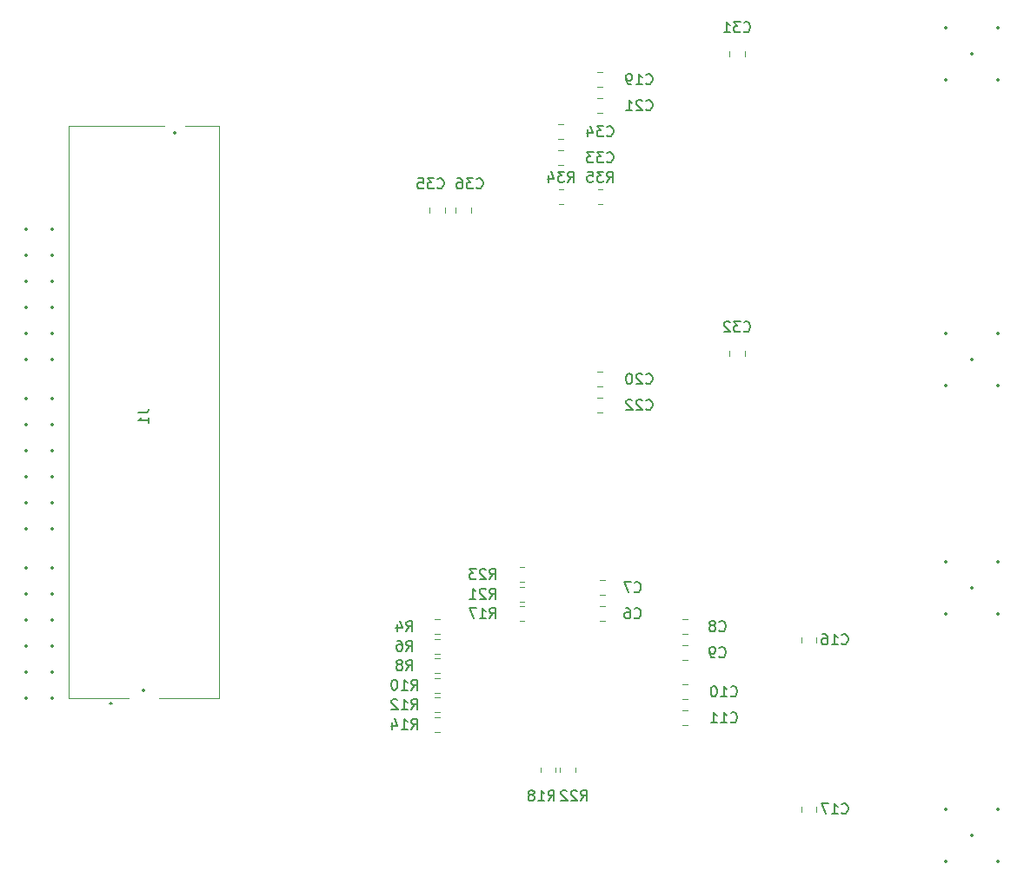
<source format=gbo>
%TF.GenerationSoftware,KiCad,Pcbnew,8.0.0*%
%TF.CreationDate,2024-08-30T22:51:43+03:00*%
%TF.ProjectId,ML605_LPC_Board_wADC_DAC,4d4c3630-355f-44c5-9043-5f426f617264,rev?*%
%TF.SameCoordinates,Original*%
%TF.FileFunction,Legend,Bot*%
%TF.FilePolarity,Positive*%
%FSLAX46Y46*%
G04 Gerber Fmt 4.6, Leading zero omitted, Abs format (unit mm)*
G04 Created by KiCad (PCBNEW 8.0.0) date 2024-08-30 22:51:43*
%MOMM*%
%LPD*%
G01*
G04 APERTURE LIST*
%ADD10C,0.177800*%
%ADD11C,0.120000*%
%ADD12C,0.100000*%
%ADD13C,0.200000*%
%ADD14C,0.350000*%
G04 APERTURE END LIST*
D10*
X146773142Y-85594013D02*
X146821523Y-85642394D01*
X146821523Y-85642394D02*
X146966666Y-85690774D01*
X146966666Y-85690774D02*
X147063428Y-85690774D01*
X147063428Y-85690774D02*
X147208571Y-85642394D01*
X147208571Y-85642394D02*
X147305333Y-85545632D01*
X147305333Y-85545632D02*
X147353714Y-85448870D01*
X147353714Y-85448870D02*
X147402095Y-85255346D01*
X147402095Y-85255346D02*
X147402095Y-85110203D01*
X147402095Y-85110203D02*
X147353714Y-84916679D01*
X147353714Y-84916679D02*
X147305333Y-84819917D01*
X147305333Y-84819917D02*
X147208571Y-84723155D01*
X147208571Y-84723155D02*
X147063428Y-84674774D01*
X147063428Y-84674774D02*
X146966666Y-84674774D01*
X146966666Y-84674774D02*
X146821523Y-84723155D01*
X146821523Y-84723155D02*
X146773142Y-84771536D01*
X146434476Y-84674774D02*
X145805523Y-84674774D01*
X145805523Y-84674774D02*
X146144190Y-85061822D01*
X146144190Y-85061822D02*
X145999047Y-85061822D01*
X145999047Y-85061822D02*
X145902285Y-85110203D01*
X145902285Y-85110203D02*
X145853904Y-85158584D01*
X145853904Y-85158584D02*
X145805523Y-85255346D01*
X145805523Y-85255346D02*
X145805523Y-85497251D01*
X145805523Y-85497251D02*
X145853904Y-85594013D01*
X145853904Y-85594013D02*
X145902285Y-85642394D01*
X145902285Y-85642394D02*
X145999047Y-85690774D01*
X145999047Y-85690774D02*
X146289333Y-85690774D01*
X146289333Y-85690774D02*
X146386095Y-85642394D01*
X146386095Y-85642394D02*
X146434476Y-85594013D01*
X145418476Y-84771536D02*
X145370095Y-84723155D01*
X145370095Y-84723155D02*
X145273333Y-84674774D01*
X145273333Y-84674774D02*
X145031428Y-84674774D01*
X145031428Y-84674774D02*
X144934666Y-84723155D01*
X144934666Y-84723155D02*
X144886285Y-84771536D01*
X144886285Y-84771536D02*
X144837904Y-84868298D01*
X144837904Y-84868298D02*
X144837904Y-84965060D01*
X144837904Y-84965060D02*
X144886285Y-85110203D01*
X144886285Y-85110203D02*
X145466857Y-85690774D01*
X145466857Y-85690774D02*
X144837904Y-85690774D01*
X137248142Y-90674013D02*
X137296523Y-90722394D01*
X137296523Y-90722394D02*
X137441666Y-90770774D01*
X137441666Y-90770774D02*
X137538428Y-90770774D01*
X137538428Y-90770774D02*
X137683571Y-90722394D01*
X137683571Y-90722394D02*
X137780333Y-90625632D01*
X137780333Y-90625632D02*
X137828714Y-90528870D01*
X137828714Y-90528870D02*
X137877095Y-90335346D01*
X137877095Y-90335346D02*
X137877095Y-90190203D01*
X137877095Y-90190203D02*
X137828714Y-89996679D01*
X137828714Y-89996679D02*
X137780333Y-89899917D01*
X137780333Y-89899917D02*
X137683571Y-89803155D01*
X137683571Y-89803155D02*
X137538428Y-89754774D01*
X137538428Y-89754774D02*
X137441666Y-89754774D01*
X137441666Y-89754774D02*
X137296523Y-89803155D01*
X137296523Y-89803155D02*
X137248142Y-89851536D01*
X136861095Y-89851536D02*
X136812714Y-89803155D01*
X136812714Y-89803155D02*
X136715952Y-89754774D01*
X136715952Y-89754774D02*
X136474047Y-89754774D01*
X136474047Y-89754774D02*
X136377285Y-89803155D01*
X136377285Y-89803155D02*
X136328904Y-89851536D01*
X136328904Y-89851536D02*
X136280523Y-89948298D01*
X136280523Y-89948298D02*
X136280523Y-90045060D01*
X136280523Y-90045060D02*
X136328904Y-90190203D01*
X136328904Y-90190203D02*
X136909476Y-90770774D01*
X136909476Y-90770774D02*
X136280523Y-90770774D01*
X135651571Y-89754774D02*
X135554809Y-89754774D01*
X135554809Y-89754774D02*
X135458047Y-89803155D01*
X135458047Y-89803155D02*
X135409666Y-89851536D01*
X135409666Y-89851536D02*
X135361285Y-89948298D01*
X135361285Y-89948298D02*
X135312904Y-90141822D01*
X135312904Y-90141822D02*
X135312904Y-90383727D01*
X135312904Y-90383727D02*
X135361285Y-90577251D01*
X135361285Y-90577251D02*
X135409666Y-90674013D01*
X135409666Y-90674013D02*
X135458047Y-90722394D01*
X135458047Y-90722394D02*
X135554809Y-90770774D01*
X135554809Y-90770774D02*
X135651571Y-90770774D01*
X135651571Y-90770774D02*
X135748333Y-90722394D01*
X135748333Y-90722394D02*
X135796714Y-90674013D01*
X135796714Y-90674013D02*
X135845095Y-90577251D01*
X135845095Y-90577251D02*
X135893476Y-90383727D01*
X135893476Y-90383727D02*
X135893476Y-90141822D01*
X135893476Y-90141822D02*
X135845095Y-89948298D01*
X135845095Y-89948298D02*
X135796714Y-89851536D01*
X135796714Y-89851536D02*
X135748333Y-89803155D01*
X135748333Y-89803155D02*
X135651571Y-89754774D01*
X87779774Y-93590333D02*
X88505489Y-93590333D01*
X88505489Y-93590333D02*
X88650632Y-93541952D01*
X88650632Y-93541952D02*
X88747394Y-93445190D01*
X88747394Y-93445190D02*
X88795774Y-93300047D01*
X88795774Y-93300047D02*
X88795774Y-93203285D01*
X88795774Y-94606333D02*
X88795774Y-94025761D01*
X88795774Y-94316047D02*
X87779774Y-94316047D01*
X87779774Y-94316047D02*
X87924917Y-94219285D01*
X87924917Y-94219285D02*
X88021679Y-94122523D01*
X88021679Y-94122523D02*
X88070060Y-94025761D01*
X113904332Y-116805774D02*
X114242999Y-116321965D01*
X114484904Y-116805774D02*
X114484904Y-115789774D01*
X114484904Y-115789774D02*
X114097856Y-115789774D01*
X114097856Y-115789774D02*
X114001094Y-115838155D01*
X114001094Y-115838155D02*
X113952713Y-115886536D01*
X113952713Y-115886536D02*
X113904332Y-115983298D01*
X113904332Y-115983298D02*
X113904332Y-116128441D01*
X113904332Y-116128441D02*
X113952713Y-116225203D01*
X113952713Y-116225203D02*
X114001094Y-116273584D01*
X114001094Y-116273584D02*
X114097856Y-116321965D01*
X114097856Y-116321965D02*
X114484904Y-116321965D01*
X113033475Y-115789774D02*
X113226999Y-115789774D01*
X113226999Y-115789774D02*
X113323761Y-115838155D01*
X113323761Y-115838155D02*
X113372142Y-115886536D01*
X113372142Y-115886536D02*
X113468904Y-116031679D01*
X113468904Y-116031679D02*
X113517285Y-116225203D01*
X113517285Y-116225203D02*
X113517285Y-116612251D01*
X113517285Y-116612251D02*
X113468904Y-116709013D01*
X113468904Y-116709013D02*
X113420523Y-116757394D01*
X113420523Y-116757394D02*
X113323761Y-116805774D01*
X113323761Y-116805774D02*
X113130237Y-116805774D01*
X113130237Y-116805774D02*
X113033475Y-116757394D01*
X113033475Y-116757394D02*
X112985094Y-116709013D01*
X112985094Y-116709013D02*
X112936713Y-116612251D01*
X112936713Y-116612251D02*
X112936713Y-116370346D01*
X112936713Y-116370346D02*
X112985094Y-116273584D01*
X112985094Y-116273584D02*
X113033475Y-116225203D01*
X113033475Y-116225203D02*
X113130237Y-116176822D01*
X113130237Y-116176822D02*
X113323761Y-116176822D01*
X113323761Y-116176822D02*
X113420523Y-116225203D01*
X113420523Y-116225203D02*
X113468904Y-116273584D01*
X113468904Y-116273584D02*
X113517285Y-116370346D01*
X122008142Y-113630774D02*
X122346809Y-113146965D01*
X122588714Y-113630774D02*
X122588714Y-112614774D01*
X122588714Y-112614774D02*
X122201666Y-112614774D01*
X122201666Y-112614774D02*
X122104904Y-112663155D01*
X122104904Y-112663155D02*
X122056523Y-112711536D01*
X122056523Y-112711536D02*
X122008142Y-112808298D01*
X122008142Y-112808298D02*
X122008142Y-112953441D01*
X122008142Y-112953441D02*
X122056523Y-113050203D01*
X122056523Y-113050203D02*
X122104904Y-113098584D01*
X122104904Y-113098584D02*
X122201666Y-113146965D01*
X122201666Y-113146965D02*
X122588714Y-113146965D01*
X121040523Y-113630774D02*
X121621095Y-113630774D01*
X121330809Y-113630774D02*
X121330809Y-112614774D01*
X121330809Y-112614774D02*
X121427571Y-112759917D01*
X121427571Y-112759917D02*
X121524333Y-112856679D01*
X121524333Y-112856679D02*
X121621095Y-112905060D01*
X120701857Y-112614774D02*
X120024523Y-112614774D01*
X120024523Y-112614774D02*
X120459952Y-113630774D01*
X114388142Y-120615774D02*
X114726809Y-120131965D01*
X114968714Y-120615774D02*
X114968714Y-119599774D01*
X114968714Y-119599774D02*
X114581666Y-119599774D01*
X114581666Y-119599774D02*
X114484904Y-119648155D01*
X114484904Y-119648155D02*
X114436523Y-119696536D01*
X114436523Y-119696536D02*
X114388142Y-119793298D01*
X114388142Y-119793298D02*
X114388142Y-119938441D01*
X114388142Y-119938441D02*
X114436523Y-120035203D01*
X114436523Y-120035203D02*
X114484904Y-120083584D01*
X114484904Y-120083584D02*
X114581666Y-120131965D01*
X114581666Y-120131965D02*
X114968714Y-120131965D01*
X113420523Y-120615774D02*
X114001095Y-120615774D01*
X113710809Y-120615774D02*
X113710809Y-119599774D01*
X113710809Y-119599774D02*
X113807571Y-119744917D01*
X113807571Y-119744917D02*
X113904333Y-119841679D01*
X113904333Y-119841679D02*
X114001095Y-119890060D01*
X112791571Y-119599774D02*
X112694809Y-119599774D01*
X112694809Y-119599774D02*
X112598047Y-119648155D01*
X112598047Y-119648155D02*
X112549666Y-119696536D01*
X112549666Y-119696536D02*
X112501285Y-119793298D01*
X112501285Y-119793298D02*
X112452904Y-119986822D01*
X112452904Y-119986822D02*
X112452904Y-120228727D01*
X112452904Y-120228727D02*
X112501285Y-120422251D01*
X112501285Y-120422251D02*
X112549666Y-120519013D01*
X112549666Y-120519013D02*
X112598047Y-120567394D01*
X112598047Y-120567394D02*
X112694809Y-120615774D01*
X112694809Y-120615774D02*
X112791571Y-120615774D01*
X112791571Y-120615774D02*
X112888333Y-120567394D01*
X112888333Y-120567394D02*
X112936714Y-120519013D01*
X112936714Y-120519013D02*
X112985095Y-120422251D01*
X112985095Y-120422251D02*
X113033476Y-120228727D01*
X113033476Y-120228727D02*
X113033476Y-119986822D01*
X113033476Y-119986822D02*
X112985095Y-119793298D01*
X112985095Y-119793298D02*
X112936714Y-119696536D01*
X112936714Y-119696536D02*
X112888333Y-119648155D01*
X112888333Y-119648155D02*
X112791571Y-119599774D01*
X156298142Y-132584013D02*
X156346523Y-132632394D01*
X156346523Y-132632394D02*
X156491666Y-132680774D01*
X156491666Y-132680774D02*
X156588428Y-132680774D01*
X156588428Y-132680774D02*
X156733571Y-132632394D01*
X156733571Y-132632394D02*
X156830333Y-132535632D01*
X156830333Y-132535632D02*
X156878714Y-132438870D01*
X156878714Y-132438870D02*
X156927095Y-132245346D01*
X156927095Y-132245346D02*
X156927095Y-132100203D01*
X156927095Y-132100203D02*
X156878714Y-131906679D01*
X156878714Y-131906679D02*
X156830333Y-131809917D01*
X156830333Y-131809917D02*
X156733571Y-131713155D01*
X156733571Y-131713155D02*
X156588428Y-131664774D01*
X156588428Y-131664774D02*
X156491666Y-131664774D01*
X156491666Y-131664774D02*
X156346523Y-131713155D01*
X156346523Y-131713155D02*
X156298142Y-131761536D01*
X155330523Y-132680774D02*
X155911095Y-132680774D01*
X155620809Y-132680774D02*
X155620809Y-131664774D01*
X155620809Y-131664774D02*
X155717571Y-131809917D01*
X155717571Y-131809917D02*
X155814333Y-131906679D01*
X155814333Y-131906679D02*
X155911095Y-131955060D01*
X154991857Y-131664774D02*
X154314523Y-131664774D01*
X154314523Y-131664774D02*
X154749952Y-132680774D01*
X120738142Y-71624013D02*
X120786523Y-71672394D01*
X120786523Y-71672394D02*
X120931666Y-71720774D01*
X120931666Y-71720774D02*
X121028428Y-71720774D01*
X121028428Y-71720774D02*
X121173571Y-71672394D01*
X121173571Y-71672394D02*
X121270333Y-71575632D01*
X121270333Y-71575632D02*
X121318714Y-71478870D01*
X121318714Y-71478870D02*
X121367095Y-71285346D01*
X121367095Y-71285346D02*
X121367095Y-71140203D01*
X121367095Y-71140203D02*
X121318714Y-70946679D01*
X121318714Y-70946679D02*
X121270333Y-70849917D01*
X121270333Y-70849917D02*
X121173571Y-70753155D01*
X121173571Y-70753155D02*
X121028428Y-70704774D01*
X121028428Y-70704774D02*
X120931666Y-70704774D01*
X120931666Y-70704774D02*
X120786523Y-70753155D01*
X120786523Y-70753155D02*
X120738142Y-70801536D01*
X120399476Y-70704774D02*
X119770523Y-70704774D01*
X119770523Y-70704774D02*
X120109190Y-71091822D01*
X120109190Y-71091822D02*
X119964047Y-71091822D01*
X119964047Y-71091822D02*
X119867285Y-71140203D01*
X119867285Y-71140203D02*
X119818904Y-71188584D01*
X119818904Y-71188584D02*
X119770523Y-71285346D01*
X119770523Y-71285346D02*
X119770523Y-71527251D01*
X119770523Y-71527251D02*
X119818904Y-71624013D01*
X119818904Y-71624013D02*
X119867285Y-71672394D01*
X119867285Y-71672394D02*
X119964047Y-71720774D01*
X119964047Y-71720774D02*
X120254333Y-71720774D01*
X120254333Y-71720774D02*
X120351095Y-71672394D01*
X120351095Y-71672394D02*
X120399476Y-71624013D01*
X118899666Y-70704774D02*
X119093190Y-70704774D01*
X119093190Y-70704774D02*
X119189952Y-70753155D01*
X119189952Y-70753155D02*
X119238333Y-70801536D01*
X119238333Y-70801536D02*
X119335095Y-70946679D01*
X119335095Y-70946679D02*
X119383476Y-71140203D01*
X119383476Y-71140203D02*
X119383476Y-71527251D01*
X119383476Y-71527251D02*
X119335095Y-71624013D01*
X119335095Y-71624013D02*
X119286714Y-71672394D01*
X119286714Y-71672394D02*
X119189952Y-71720774D01*
X119189952Y-71720774D02*
X118996428Y-71720774D01*
X118996428Y-71720774D02*
X118899666Y-71672394D01*
X118899666Y-71672394D02*
X118851285Y-71624013D01*
X118851285Y-71624013D02*
X118802904Y-71527251D01*
X118802904Y-71527251D02*
X118802904Y-71285346D01*
X118802904Y-71285346D02*
X118851285Y-71188584D01*
X118851285Y-71188584D02*
X118899666Y-71140203D01*
X118899666Y-71140203D02*
X118996428Y-71091822D01*
X118996428Y-71091822D02*
X119189952Y-71091822D01*
X119189952Y-71091822D02*
X119286714Y-71140203D01*
X119286714Y-71140203D02*
X119335095Y-71188584D01*
X119335095Y-71188584D02*
X119383476Y-71285346D01*
X113904332Y-118710774D02*
X114242999Y-118226965D01*
X114484904Y-118710774D02*
X114484904Y-117694774D01*
X114484904Y-117694774D02*
X114097856Y-117694774D01*
X114097856Y-117694774D02*
X114001094Y-117743155D01*
X114001094Y-117743155D02*
X113952713Y-117791536D01*
X113952713Y-117791536D02*
X113904332Y-117888298D01*
X113904332Y-117888298D02*
X113904332Y-118033441D01*
X113904332Y-118033441D02*
X113952713Y-118130203D01*
X113952713Y-118130203D02*
X114001094Y-118178584D01*
X114001094Y-118178584D02*
X114097856Y-118226965D01*
X114097856Y-118226965D02*
X114484904Y-118226965D01*
X113323761Y-118130203D02*
X113420523Y-118081822D01*
X113420523Y-118081822D02*
X113468904Y-118033441D01*
X113468904Y-118033441D02*
X113517285Y-117936679D01*
X113517285Y-117936679D02*
X113517285Y-117888298D01*
X113517285Y-117888298D02*
X113468904Y-117791536D01*
X113468904Y-117791536D02*
X113420523Y-117743155D01*
X113420523Y-117743155D02*
X113323761Y-117694774D01*
X113323761Y-117694774D02*
X113130237Y-117694774D01*
X113130237Y-117694774D02*
X113033475Y-117743155D01*
X113033475Y-117743155D02*
X112985094Y-117791536D01*
X112985094Y-117791536D02*
X112936713Y-117888298D01*
X112936713Y-117888298D02*
X112936713Y-117936679D01*
X112936713Y-117936679D02*
X112985094Y-118033441D01*
X112985094Y-118033441D02*
X113033475Y-118081822D01*
X113033475Y-118081822D02*
X113130237Y-118130203D01*
X113130237Y-118130203D02*
X113323761Y-118130203D01*
X113323761Y-118130203D02*
X113420523Y-118178584D01*
X113420523Y-118178584D02*
X113468904Y-118226965D01*
X113468904Y-118226965D02*
X113517285Y-118323727D01*
X113517285Y-118323727D02*
X113517285Y-118517251D01*
X113517285Y-118517251D02*
X113468904Y-118614013D01*
X113468904Y-118614013D02*
X113420523Y-118662394D01*
X113420523Y-118662394D02*
X113323761Y-118710774D01*
X113323761Y-118710774D02*
X113130237Y-118710774D01*
X113130237Y-118710774D02*
X113033475Y-118662394D01*
X113033475Y-118662394D02*
X112985094Y-118614013D01*
X112985094Y-118614013D02*
X112936713Y-118517251D01*
X112936713Y-118517251D02*
X112936713Y-118323727D01*
X112936713Y-118323727D02*
X112985094Y-118226965D01*
X112985094Y-118226965D02*
X113033475Y-118178584D01*
X113033475Y-118178584D02*
X113130237Y-118130203D01*
X136129332Y-110994013D02*
X136177713Y-111042394D01*
X136177713Y-111042394D02*
X136322856Y-111090774D01*
X136322856Y-111090774D02*
X136419618Y-111090774D01*
X136419618Y-111090774D02*
X136564761Y-111042394D01*
X136564761Y-111042394D02*
X136661523Y-110945632D01*
X136661523Y-110945632D02*
X136709904Y-110848870D01*
X136709904Y-110848870D02*
X136758285Y-110655346D01*
X136758285Y-110655346D02*
X136758285Y-110510203D01*
X136758285Y-110510203D02*
X136709904Y-110316679D01*
X136709904Y-110316679D02*
X136661523Y-110219917D01*
X136661523Y-110219917D02*
X136564761Y-110123155D01*
X136564761Y-110123155D02*
X136419618Y-110074774D01*
X136419618Y-110074774D02*
X136322856Y-110074774D01*
X136322856Y-110074774D02*
X136177713Y-110123155D01*
X136177713Y-110123155D02*
X136129332Y-110171536D01*
X135790666Y-110074774D02*
X135113332Y-110074774D01*
X135113332Y-110074774D02*
X135548761Y-111090774D01*
X133438142Y-66544013D02*
X133486523Y-66592394D01*
X133486523Y-66592394D02*
X133631666Y-66640774D01*
X133631666Y-66640774D02*
X133728428Y-66640774D01*
X133728428Y-66640774D02*
X133873571Y-66592394D01*
X133873571Y-66592394D02*
X133970333Y-66495632D01*
X133970333Y-66495632D02*
X134018714Y-66398870D01*
X134018714Y-66398870D02*
X134067095Y-66205346D01*
X134067095Y-66205346D02*
X134067095Y-66060203D01*
X134067095Y-66060203D02*
X134018714Y-65866679D01*
X134018714Y-65866679D02*
X133970333Y-65769917D01*
X133970333Y-65769917D02*
X133873571Y-65673155D01*
X133873571Y-65673155D02*
X133728428Y-65624774D01*
X133728428Y-65624774D02*
X133631666Y-65624774D01*
X133631666Y-65624774D02*
X133486523Y-65673155D01*
X133486523Y-65673155D02*
X133438142Y-65721536D01*
X133099476Y-65624774D02*
X132470523Y-65624774D01*
X132470523Y-65624774D02*
X132809190Y-66011822D01*
X132809190Y-66011822D02*
X132664047Y-66011822D01*
X132664047Y-66011822D02*
X132567285Y-66060203D01*
X132567285Y-66060203D02*
X132518904Y-66108584D01*
X132518904Y-66108584D02*
X132470523Y-66205346D01*
X132470523Y-66205346D02*
X132470523Y-66447251D01*
X132470523Y-66447251D02*
X132518904Y-66544013D01*
X132518904Y-66544013D02*
X132567285Y-66592394D01*
X132567285Y-66592394D02*
X132664047Y-66640774D01*
X132664047Y-66640774D02*
X132954333Y-66640774D01*
X132954333Y-66640774D02*
X133051095Y-66592394D01*
X133051095Y-66592394D02*
X133099476Y-66544013D01*
X131599666Y-65963441D02*
X131599666Y-66640774D01*
X131841571Y-65576394D02*
X132083476Y-66302108D01*
X132083476Y-66302108D02*
X131454523Y-66302108D01*
X127723142Y-131410774D02*
X128061809Y-130926965D01*
X128303714Y-131410774D02*
X128303714Y-130394774D01*
X128303714Y-130394774D02*
X127916666Y-130394774D01*
X127916666Y-130394774D02*
X127819904Y-130443155D01*
X127819904Y-130443155D02*
X127771523Y-130491536D01*
X127771523Y-130491536D02*
X127723142Y-130588298D01*
X127723142Y-130588298D02*
X127723142Y-130733441D01*
X127723142Y-130733441D02*
X127771523Y-130830203D01*
X127771523Y-130830203D02*
X127819904Y-130878584D01*
X127819904Y-130878584D02*
X127916666Y-130926965D01*
X127916666Y-130926965D02*
X128303714Y-130926965D01*
X126755523Y-131410774D02*
X127336095Y-131410774D01*
X127045809Y-131410774D02*
X127045809Y-130394774D01*
X127045809Y-130394774D02*
X127142571Y-130539917D01*
X127142571Y-130539917D02*
X127239333Y-130636679D01*
X127239333Y-130636679D02*
X127336095Y-130685060D01*
X126174952Y-130830203D02*
X126271714Y-130781822D01*
X126271714Y-130781822D02*
X126320095Y-130733441D01*
X126320095Y-130733441D02*
X126368476Y-130636679D01*
X126368476Y-130636679D02*
X126368476Y-130588298D01*
X126368476Y-130588298D02*
X126320095Y-130491536D01*
X126320095Y-130491536D02*
X126271714Y-130443155D01*
X126271714Y-130443155D02*
X126174952Y-130394774D01*
X126174952Y-130394774D02*
X125981428Y-130394774D01*
X125981428Y-130394774D02*
X125884666Y-130443155D01*
X125884666Y-130443155D02*
X125836285Y-130491536D01*
X125836285Y-130491536D02*
X125787904Y-130588298D01*
X125787904Y-130588298D02*
X125787904Y-130636679D01*
X125787904Y-130636679D02*
X125836285Y-130733441D01*
X125836285Y-130733441D02*
X125884666Y-130781822D01*
X125884666Y-130781822D02*
X125981428Y-130830203D01*
X125981428Y-130830203D02*
X126174952Y-130830203D01*
X126174952Y-130830203D02*
X126271714Y-130878584D01*
X126271714Y-130878584D02*
X126320095Y-130926965D01*
X126320095Y-130926965D02*
X126368476Y-131023727D01*
X126368476Y-131023727D02*
X126368476Y-131217251D01*
X126368476Y-131217251D02*
X126320095Y-131314013D01*
X126320095Y-131314013D02*
X126271714Y-131362394D01*
X126271714Y-131362394D02*
X126174952Y-131410774D01*
X126174952Y-131410774D02*
X125981428Y-131410774D01*
X125981428Y-131410774D02*
X125884666Y-131362394D01*
X125884666Y-131362394D02*
X125836285Y-131314013D01*
X125836285Y-131314013D02*
X125787904Y-131217251D01*
X125787904Y-131217251D02*
X125787904Y-131023727D01*
X125787904Y-131023727D02*
X125836285Y-130926965D01*
X125836285Y-130926965D02*
X125884666Y-130878584D01*
X125884666Y-130878584D02*
X125981428Y-130830203D01*
X114388142Y-122520774D02*
X114726809Y-122036965D01*
X114968714Y-122520774D02*
X114968714Y-121504774D01*
X114968714Y-121504774D02*
X114581666Y-121504774D01*
X114581666Y-121504774D02*
X114484904Y-121553155D01*
X114484904Y-121553155D02*
X114436523Y-121601536D01*
X114436523Y-121601536D02*
X114388142Y-121698298D01*
X114388142Y-121698298D02*
X114388142Y-121843441D01*
X114388142Y-121843441D02*
X114436523Y-121940203D01*
X114436523Y-121940203D02*
X114484904Y-121988584D01*
X114484904Y-121988584D02*
X114581666Y-122036965D01*
X114581666Y-122036965D02*
X114968714Y-122036965D01*
X113420523Y-122520774D02*
X114001095Y-122520774D01*
X113710809Y-122520774D02*
X113710809Y-121504774D01*
X113710809Y-121504774D02*
X113807571Y-121649917D01*
X113807571Y-121649917D02*
X113904333Y-121746679D01*
X113904333Y-121746679D02*
X114001095Y-121795060D01*
X113033476Y-121601536D02*
X112985095Y-121553155D01*
X112985095Y-121553155D02*
X112888333Y-121504774D01*
X112888333Y-121504774D02*
X112646428Y-121504774D01*
X112646428Y-121504774D02*
X112549666Y-121553155D01*
X112549666Y-121553155D02*
X112501285Y-121601536D01*
X112501285Y-121601536D02*
X112452904Y-121698298D01*
X112452904Y-121698298D02*
X112452904Y-121795060D01*
X112452904Y-121795060D02*
X112501285Y-121940203D01*
X112501285Y-121940203D02*
X113081857Y-122520774D01*
X113081857Y-122520774D02*
X112452904Y-122520774D01*
X129628142Y-71085774D02*
X129966809Y-70601965D01*
X130208714Y-71085774D02*
X130208714Y-70069774D01*
X130208714Y-70069774D02*
X129821666Y-70069774D01*
X129821666Y-70069774D02*
X129724904Y-70118155D01*
X129724904Y-70118155D02*
X129676523Y-70166536D01*
X129676523Y-70166536D02*
X129628142Y-70263298D01*
X129628142Y-70263298D02*
X129628142Y-70408441D01*
X129628142Y-70408441D02*
X129676523Y-70505203D01*
X129676523Y-70505203D02*
X129724904Y-70553584D01*
X129724904Y-70553584D02*
X129821666Y-70601965D01*
X129821666Y-70601965D02*
X130208714Y-70601965D01*
X129289476Y-70069774D02*
X128660523Y-70069774D01*
X128660523Y-70069774D02*
X128999190Y-70456822D01*
X128999190Y-70456822D02*
X128854047Y-70456822D01*
X128854047Y-70456822D02*
X128757285Y-70505203D01*
X128757285Y-70505203D02*
X128708904Y-70553584D01*
X128708904Y-70553584D02*
X128660523Y-70650346D01*
X128660523Y-70650346D02*
X128660523Y-70892251D01*
X128660523Y-70892251D02*
X128708904Y-70989013D01*
X128708904Y-70989013D02*
X128757285Y-71037394D01*
X128757285Y-71037394D02*
X128854047Y-71085774D01*
X128854047Y-71085774D02*
X129144333Y-71085774D01*
X129144333Y-71085774D02*
X129241095Y-71037394D01*
X129241095Y-71037394D02*
X129289476Y-70989013D01*
X127789666Y-70408441D02*
X127789666Y-71085774D01*
X128031571Y-70021394D02*
X128273476Y-70747108D01*
X128273476Y-70747108D02*
X127644523Y-70747108D01*
X137248142Y-61464013D02*
X137296523Y-61512394D01*
X137296523Y-61512394D02*
X137441666Y-61560774D01*
X137441666Y-61560774D02*
X137538428Y-61560774D01*
X137538428Y-61560774D02*
X137683571Y-61512394D01*
X137683571Y-61512394D02*
X137780333Y-61415632D01*
X137780333Y-61415632D02*
X137828714Y-61318870D01*
X137828714Y-61318870D02*
X137877095Y-61125346D01*
X137877095Y-61125346D02*
X137877095Y-60980203D01*
X137877095Y-60980203D02*
X137828714Y-60786679D01*
X137828714Y-60786679D02*
X137780333Y-60689917D01*
X137780333Y-60689917D02*
X137683571Y-60593155D01*
X137683571Y-60593155D02*
X137538428Y-60544774D01*
X137538428Y-60544774D02*
X137441666Y-60544774D01*
X137441666Y-60544774D02*
X137296523Y-60593155D01*
X137296523Y-60593155D02*
X137248142Y-60641536D01*
X136280523Y-61560774D02*
X136861095Y-61560774D01*
X136570809Y-61560774D02*
X136570809Y-60544774D01*
X136570809Y-60544774D02*
X136667571Y-60689917D01*
X136667571Y-60689917D02*
X136764333Y-60786679D01*
X136764333Y-60786679D02*
X136861095Y-60835060D01*
X135796714Y-61560774D02*
X135603190Y-61560774D01*
X135603190Y-61560774D02*
X135506428Y-61512394D01*
X135506428Y-61512394D02*
X135458047Y-61464013D01*
X135458047Y-61464013D02*
X135361285Y-61318870D01*
X135361285Y-61318870D02*
X135312904Y-61125346D01*
X135312904Y-61125346D02*
X135312904Y-60738298D01*
X135312904Y-60738298D02*
X135361285Y-60641536D01*
X135361285Y-60641536D02*
X135409666Y-60593155D01*
X135409666Y-60593155D02*
X135506428Y-60544774D01*
X135506428Y-60544774D02*
X135699952Y-60544774D01*
X135699952Y-60544774D02*
X135796714Y-60593155D01*
X135796714Y-60593155D02*
X135845095Y-60641536D01*
X135845095Y-60641536D02*
X135893476Y-60738298D01*
X135893476Y-60738298D02*
X135893476Y-60980203D01*
X135893476Y-60980203D02*
X135845095Y-61076965D01*
X135845095Y-61076965D02*
X135796714Y-61125346D01*
X135796714Y-61125346D02*
X135699952Y-61173727D01*
X135699952Y-61173727D02*
X135506428Y-61173727D01*
X135506428Y-61173727D02*
X135409666Y-61125346D01*
X135409666Y-61125346D02*
X135361285Y-61076965D01*
X135361285Y-61076965D02*
X135312904Y-60980203D01*
X113904332Y-114900774D02*
X114242999Y-114416965D01*
X114484904Y-114900774D02*
X114484904Y-113884774D01*
X114484904Y-113884774D02*
X114097856Y-113884774D01*
X114097856Y-113884774D02*
X114001094Y-113933155D01*
X114001094Y-113933155D02*
X113952713Y-113981536D01*
X113952713Y-113981536D02*
X113904332Y-114078298D01*
X113904332Y-114078298D02*
X113904332Y-114223441D01*
X113904332Y-114223441D02*
X113952713Y-114320203D01*
X113952713Y-114320203D02*
X114001094Y-114368584D01*
X114001094Y-114368584D02*
X114097856Y-114416965D01*
X114097856Y-114416965D02*
X114484904Y-114416965D01*
X113033475Y-114223441D02*
X113033475Y-114900774D01*
X113275380Y-113836394D02*
X113517285Y-114562108D01*
X113517285Y-114562108D02*
X112888332Y-114562108D01*
X122008142Y-111725774D02*
X122346809Y-111241965D01*
X122588714Y-111725774D02*
X122588714Y-110709774D01*
X122588714Y-110709774D02*
X122201666Y-110709774D01*
X122201666Y-110709774D02*
X122104904Y-110758155D01*
X122104904Y-110758155D02*
X122056523Y-110806536D01*
X122056523Y-110806536D02*
X122008142Y-110903298D01*
X122008142Y-110903298D02*
X122008142Y-111048441D01*
X122008142Y-111048441D02*
X122056523Y-111145203D01*
X122056523Y-111145203D02*
X122104904Y-111193584D01*
X122104904Y-111193584D02*
X122201666Y-111241965D01*
X122201666Y-111241965D02*
X122588714Y-111241965D01*
X121621095Y-110806536D02*
X121572714Y-110758155D01*
X121572714Y-110758155D02*
X121475952Y-110709774D01*
X121475952Y-110709774D02*
X121234047Y-110709774D01*
X121234047Y-110709774D02*
X121137285Y-110758155D01*
X121137285Y-110758155D02*
X121088904Y-110806536D01*
X121088904Y-110806536D02*
X121040523Y-110903298D01*
X121040523Y-110903298D02*
X121040523Y-111000060D01*
X121040523Y-111000060D02*
X121088904Y-111145203D01*
X121088904Y-111145203D02*
X121669476Y-111725774D01*
X121669476Y-111725774D02*
X121040523Y-111725774D01*
X120072904Y-111725774D02*
X120653476Y-111725774D01*
X120363190Y-111725774D02*
X120363190Y-110709774D01*
X120363190Y-110709774D02*
X120459952Y-110854917D01*
X120459952Y-110854917D02*
X120556714Y-110951679D01*
X120556714Y-110951679D02*
X120653476Y-111000060D01*
X122008142Y-109820774D02*
X122346809Y-109336965D01*
X122588714Y-109820774D02*
X122588714Y-108804774D01*
X122588714Y-108804774D02*
X122201666Y-108804774D01*
X122201666Y-108804774D02*
X122104904Y-108853155D01*
X122104904Y-108853155D02*
X122056523Y-108901536D01*
X122056523Y-108901536D02*
X122008142Y-108998298D01*
X122008142Y-108998298D02*
X122008142Y-109143441D01*
X122008142Y-109143441D02*
X122056523Y-109240203D01*
X122056523Y-109240203D02*
X122104904Y-109288584D01*
X122104904Y-109288584D02*
X122201666Y-109336965D01*
X122201666Y-109336965D02*
X122588714Y-109336965D01*
X121621095Y-108901536D02*
X121572714Y-108853155D01*
X121572714Y-108853155D02*
X121475952Y-108804774D01*
X121475952Y-108804774D02*
X121234047Y-108804774D01*
X121234047Y-108804774D02*
X121137285Y-108853155D01*
X121137285Y-108853155D02*
X121088904Y-108901536D01*
X121088904Y-108901536D02*
X121040523Y-108998298D01*
X121040523Y-108998298D02*
X121040523Y-109095060D01*
X121040523Y-109095060D02*
X121088904Y-109240203D01*
X121088904Y-109240203D02*
X121669476Y-109820774D01*
X121669476Y-109820774D02*
X121040523Y-109820774D01*
X120701857Y-108804774D02*
X120072904Y-108804774D01*
X120072904Y-108804774D02*
X120411571Y-109191822D01*
X120411571Y-109191822D02*
X120266428Y-109191822D01*
X120266428Y-109191822D02*
X120169666Y-109240203D01*
X120169666Y-109240203D02*
X120121285Y-109288584D01*
X120121285Y-109288584D02*
X120072904Y-109385346D01*
X120072904Y-109385346D02*
X120072904Y-109627251D01*
X120072904Y-109627251D02*
X120121285Y-109724013D01*
X120121285Y-109724013D02*
X120169666Y-109772394D01*
X120169666Y-109772394D02*
X120266428Y-109820774D01*
X120266428Y-109820774D02*
X120556714Y-109820774D01*
X120556714Y-109820774D02*
X120653476Y-109772394D01*
X120653476Y-109772394D02*
X120701857Y-109724013D01*
X145503142Y-123694013D02*
X145551523Y-123742394D01*
X145551523Y-123742394D02*
X145696666Y-123790774D01*
X145696666Y-123790774D02*
X145793428Y-123790774D01*
X145793428Y-123790774D02*
X145938571Y-123742394D01*
X145938571Y-123742394D02*
X146035333Y-123645632D01*
X146035333Y-123645632D02*
X146083714Y-123548870D01*
X146083714Y-123548870D02*
X146132095Y-123355346D01*
X146132095Y-123355346D02*
X146132095Y-123210203D01*
X146132095Y-123210203D02*
X146083714Y-123016679D01*
X146083714Y-123016679D02*
X146035333Y-122919917D01*
X146035333Y-122919917D02*
X145938571Y-122823155D01*
X145938571Y-122823155D02*
X145793428Y-122774774D01*
X145793428Y-122774774D02*
X145696666Y-122774774D01*
X145696666Y-122774774D02*
X145551523Y-122823155D01*
X145551523Y-122823155D02*
X145503142Y-122871536D01*
X144535523Y-123790774D02*
X145116095Y-123790774D01*
X144825809Y-123790774D02*
X144825809Y-122774774D01*
X144825809Y-122774774D02*
X144922571Y-122919917D01*
X144922571Y-122919917D02*
X145019333Y-123016679D01*
X145019333Y-123016679D02*
X145116095Y-123065060D01*
X143567904Y-123790774D02*
X144148476Y-123790774D01*
X143858190Y-123790774D02*
X143858190Y-122774774D01*
X143858190Y-122774774D02*
X143954952Y-122919917D01*
X143954952Y-122919917D02*
X144051714Y-123016679D01*
X144051714Y-123016679D02*
X144148476Y-123065060D01*
X145503142Y-121154013D02*
X145551523Y-121202394D01*
X145551523Y-121202394D02*
X145696666Y-121250774D01*
X145696666Y-121250774D02*
X145793428Y-121250774D01*
X145793428Y-121250774D02*
X145938571Y-121202394D01*
X145938571Y-121202394D02*
X146035333Y-121105632D01*
X146035333Y-121105632D02*
X146083714Y-121008870D01*
X146083714Y-121008870D02*
X146132095Y-120815346D01*
X146132095Y-120815346D02*
X146132095Y-120670203D01*
X146132095Y-120670203D02*
X146083714Y-120476679D01*
X146083714Y-120476679D02*
X146035333Y-120379917D01*
X146035333Y-120379917D02*
X145938571Y-120283155D01*
X145938571Y-120283155D02*
X145793428Y-120234774D01*
X145793428Y-120234774D02*
X145696666Y-120234774D01*
X145696666Y-120234774D02*
X145551523Y-120283155D01*
X145551523Y-120283155D02*
X145503142Y-120331536D01*
X144535523Y-121250774D02*
X145116095Y-121250774D01*
X144825809Y-121250774D02*
X144825809Y-120234774D01*
X144825809Y-120234774D02*
X144922571Y-120379917D01*
X144922571Y-120379917D02*
X145019333Y-120476679D01*
X145019333Y-120476679D02*
X145116095Y-120525060D01*
X143906571Y-120234774D02*
X143809809Y-120234774D01*
X143809809Y-120234774D02*
X143713047Y-120283155D01*
X143713047Y-120283155D02*
X143664666Y-120331536D01*
X143664666Y-120331536D02*
X143616285Y-120428298D01*
X143616285Y-120428298D02*
X143567904Y-120621822D01*
X143567904Y-120621822D02*
X143567904Y-120863727D01*
X143567904Y-120863727D02*
X143616285Y-121057251D01*
X143616285Y-121057251D02*
X143664666Y-121154013D01*
X143664666Y-121154013D02*
X143713047Y-121202394D01*
X143713047Y-121202394D02*
X143809809Y-121250774D01*
X143809809Y-121250774D02*
X143906571Y-121250774D01*
X143906571Y-121250774D02*
X144003333Y-121202394D01*
X144003333Y-121202394D02*
X144051714Y-121154013D01*
X144051714Y-121154013D02*
X144100095Y-121057251D01*
X144100095Y-121057251D02*
X144148476Y-120863727D01*
X144148476Y-120863727D02*
X144148476Y-120621822D01*
X144148476Y-120621822D02*
X144100095Y-120428298D01*
X144100095Y-120428298D02*
X144051714Y-120331536D01*
X144051714Y-120331536D02*
X144003333Y-120283155D01*
X144003333Y-120283155D02*
X143906571Y-120234774D01*
X137248142Y-93214013D02*
X137296523Y-93262394D01*
X137296523Y-93262394D02*
X137441666Y-93310774D01*
X137441666Y-93310774D02*
X137538428Y-93310774D01*
X137538428Y-93310774D02*
X137683571Y-93262394D01*
X137683571Y-93262394D02*
X137780333Y-93165632D01*
X137780333Y-93165632D02*
X137828714Y-93068870D01*
X137828714Y-93068870D02*
X137877095Y-92875346D01*
X137877095Y-92875346D02*
X137877095Y-92730203D01*
X137877095Y-92730203D02*
X137828714Y-92536679D01*
X137828714Y-92536679D02*
X137780333Y-92439917D01*
X137780333Y-92439917D02*
X137683571Y-92343155D01*
X137683571Y-92343155D02*
X137538428Y-92294774D01*
X137538428Y-92294774D02*
X137441666Y-92294774D01*
X137441666Y-92294774D02*
X137296523Y-92343155D01*
X137296523Y-92343155D02*
X137248142Y-92391536D01*
X136861095Y-92391536D02*
X136812714Y-92343155D01*
X136812714Y-92343155D02*
X136715952Y-92294774D01*
X136715952Y-92294774D02*
X136474047Y-92294774D01*
X136474047Y-92294774D02*
X136377285Y-92343155D01*
X136377285Y-92343155D02*
X136328904Y-92391536D01*
X136328904Y-92391536D02*
X136280523Y-92488298D01*
X136280523Y-92488298D02*
X136280523Y-92585060D01*
X136280523Y-92585060D02*
X136328904Y-92730203D01*
X136328904Y-92730203D02*
X136909476Y-93310774D01*
X136909476Y-93310774D02*
X136280523Y-93310774D01*
X135893476Y-92391536D02*
X135845095Y-92343155D01*
X135845095Y-92343155D02*
X135748333Y-92294774D01*
X135748333Y-92294774D02*
X135506428Y-92294774D01*
X135506428Y-92294774D02*
X135409666Y-92343155D01*
X135409666Y-92343155D02*
X135361285Y-92391536D01*
X135361285Y-92391536D02*
X135312904Y-92488298D01*
X135312904Y-92488298D02*
X135312904Y-92585060D01*
X135312904Y-92585060D02*
X135361285Y-92730203D01*
X135361285Y-92730203D02*
X135941857Y-93310774D01*
X135941857Y-93310774D02*
X135312904Y-93310774D01*
X133438142Y-71085774D02*
X133776809Y-70601965D01*
X134018714Y-71085774D02*
X134018714Y-70069774D01*
X134018714Y-70069774D02*
X133631666Y-70069774D01*
X133631666Y-70069774D02*
X133534904Y-70118155D01*
X133534904Y-70118155D02*
X133486523Y-70166536D01*
X133486523Y-70166536D02*
X133438142Y-70263298D01*
X133438142Y-70263298D02*
X133438142Y-70408441D01*
X133438142Y-70408441D02*
X133486523Y-70505203D01*
X133486523Y-70505203D02*
X133534904Y-70553584D01*
X133534904Y-70553584D02*
X133631666Y-70601965D01*
X133631666Y-70601965D02*
X134018714Y-70601965D01*
X133099476Y-70069774D02*
X132470523Y-70069774D01*
X132470523Y-70069774D02*
X132809190Y-70456822D01*
X132809190Y-70456822D02*
X132664047Y-70456822D01*
X132664047Y-70456822D02*
X132567285Y-70505203D01*
X132567285Y-70505203D02*
X132518904Y-70553584D01*
X132518904Y-70553584D02*
X132470523Y-70650346D01*
X132470523Y-70650346D02*
X132470523Y-70892251D01*
X132470523Y-70892251D02*
X132518904Y-70989013D01*
X132518904Y-70989013D02*
X132567285Y-71037394D01*
X132567285Y-71037394D02*
X132664047Y-71085774D01*
X132664047Y-71085774D02*
X132954333Y-71085774D01*
X132954333Y-71085774D02*
X133051095Y-71037394D01*
X133051095Y-71037394D02*
X133099476Y-70989013D01*
X131551285Y-70069774D02*
X132035095Y-70069774D01*
X132035095Y-70069774D02*
X132083476Y-70553584D01*
X132083476Y-70553584D02*
X132035095Y-70505203D01*
X132035095Y-70505203D02*
X131938333Y-70456822D01*
X131938333Y-70456822D02*
X131696428Y-70456822D01*
X131696428Y-70456822D02*
X131599666Y-70505203D01*
X131599666Y-70505203D02*
X131551285Y-70553584D01*
X131551285Y-70553584D02*
X131502904Y-70650346D01*
X131502904Y-70650346D02*
X131502904Y-70892251D01*
X131502904Y-70892251D02*
X131551285Y-70989013D01*
X131551285Y-70989013D02*
X131599666Y-71037394D01*
X131599666Y-71037394D02*
X131696428Y-71085774D01*
X131696428Y-71085774D02*
X131938333Y-71085774D01*
X131938333Y-71085774D02*
X132035095Y-71037394D01*
X132035095Y-71037394D02*
X132083476Y-70989013D01*
X116928142Y-71624013D02*
X116976523Y-71672394D01*
X116976523Y-71672394D02*
X117121666Y-71720774D01*
X117121666Y-71720774D02*
X117218428Y-71720774D01*
X117218428Y-71720774D02*
X117363571Y-71672394D01*
X117363571Y-71672394D02*
X117460333Y-71575632D01*
X117460333Y-71575632D02*
X117508714Y-71478870D01*
X117508714Y-71478870D02*
X117557095Y-71285346D01*
X117557095Y-71285346D02*
X117557095Y-71140203D01*
X117557095Y-71140203D02*
X117508714Y-70946679D01*
X117508714Y-70946679D02*
X117460333Y-70849917D01*
X117460333Y-70849917D02*
X117363571Y-70753155D01*
X117363571Y-70753155D02*
X117218428Y-70704774D01*
X117218428Y-70704774D02*
X117121666Y-70704774D01*
X117121666Y-70704774D02*
X116976523Y-70753155D01*
X116976523Y-70753155D02*
X116928142Y-70801536D01*
X116589476Y-70704774D02*
X115960523Y-70704774D01*
X115960523Y-70704774D02*
X116299190Y-71091822D01*
X116299190Y-71091822D02*
X116154047Y-71091822D01*
X116154047Y-71091822D02*
X116057285Y-71140203D01*
X116057285Y-71140203D02*
X116008904Y-71188584D01*
X116008904Y-71188584D02*
X115960523Y-71285346D01*
X115960523Y-71285346D02*
X115960523Y-71527251D01*
X115960523Y-71527251D02*
X116008904Y-71624013D01*
X116008904Y-71624013D02*
X116057285Y-71672394D01*
X116057285Y-71672394D02*
X116154047Y-71720774D01*
X116154047Y-71720774D02*
X116444333Y-71720774D01*
X116444333Y-71720774D02*
X116541095Y-71672394D01*
X116541095Y-71672394D02*
X116589476Y-71624013D01*
X115041285Y-70704774D02*
X115525095Y-70704774D01*
X115525095Y-70704774D02*
X115573476Y-71188584D01*
X115573476Y-71188584D02*
X115525095Y-71140203D01*
X115525095Y-71140203D02*
X115428333Y-71091822D01*
X115428333Y-71091822D02*
X115186428Y-71091822D01*
X115186428Y-71091822D02*
X115089666Y-71140203D01*
X115089666Y-71140203D02*
X115041285Y-71188584D01*
X115041285Y-71188584D02*
X114992904Y-71285346D01*
X114992904Y-71285346D02*
X114992904Y-71527251D01*
X114992904Y-71527251D02*
X115041285Y-71624013D01*
X115041285Y-71624013D02*
X115089666Y-71672394D01*
X115089666Y-71672394D02*
X115186428Y-71720774D01*
X115186428Y-71720774D02*
X115428333Y-71720774D01*
X115428333Y-71720774D02*
X115525095Y-71672394D01*
X115525095Y-71672394D02*
X115573476Y-71624013D01*
X130898142Y-131410774D02*
X131236809Y-130926965D01*
X131478714Y-131410774D02*
X131478714Y-130394774D01*
X131478714Y-130394774D02*
X131091666Y-130394774D01*
X131091666Y-130394774D02*
X130994904Y-130443155D01*
X130994904Y-130443155D02*
X130946523Y-130491536D01*
X130946523Y-130491536D02*
X130898142Y-130588298D01*
X130898142Y-130588298D02*
X130898142Y-130733441D01*
X130898142Y-130733441D02*
X130946523Y-130830203D01*
X130946523Y-130830203D02*
X130994904Y-130878584D01*
X130994904Y-130878584D02*
X131091666Y-130926965D01*
X131091666Y-130926965D02*
X131478714Y-130926965D01*
X130511095Y-130491536D02*
X130462714Y-130443155D01*
X130462714Y-130443155D02*
X130365952Y-130394774D01*
X130365952Y-130394774D02*
X130124047Y-130394774D01*
X130124047Y-130394774D02*
X130027285Y-130443155D01*
X130027285Y-130443155D02*
X129978904Y-130491536D01*
X129978904Y-130491536D02*
X129930523Y-130588298D01*
X129930523Y-130588298D02*
X129930523Y-130685060D01*
X129930523Y-130685060D02*
X129978904Y-130830203D01*
X129978904Y-130830203D02*
X130559476Y-131410774D01*
X130559476Y-131410774D02*
X129930523Y-131410774D01*
X129543476Y-130491536D02*
X129495095Y-130443155D01*
X129495095Y-130443155D02*
X129398333Y-130394774D01*
X129398333Y-130394774D02*
X129156428Y-130394774D01*
X129156428Y-130394774D02*
X129059666Y-130443155D01*
X129059666Y-130443155D02*
X129011285Y-130491536D01*
X129011285Y-130491536D02*
X128962904Y-130588298D01*
X128962904Y-130588298D02*
X128962904Y-130685060D01*
X128962904Y-130685060D02*
X129011285Y-130830203D01*
X129011285Y-130830203D02*
X129591857Y-131410774D01*
X129591857Y-131410774D02*
X128962904Y-131410774D01*
X136129332Y-113534013D02*
X136177713Y-113582394D01*
X136177713Y-113582394D02*
X136322856Y-113630774D01*
X136322856Y-113630774D02*
X136419618Y-113630774D01*
X136419618Y-113630774D02*
X136564761Y-113582394D01*
X136564761Y-113582394D02*
X136661523Y-113485632D01*
X136661523Y-113485632D02*
X136709904Y-113388870D01*
X136709904Y-113388870D02*
X136758285Y-113195346D01*
X136758285Y-113195346D02*
X136758285Y-113050203D01*
X136758285Y-113050203D02*
X136709904Y-112856679D01*
X136709904Y-112856679D02*
X136661523Y-112759917D01*
X136661523Y-112759917D02*
X136564761Y-112663155D01*
X136564761Y-112663155D02*
X136419618Y-112614774D01*
X136419618Y-112614774D02*
X136322856Y-112614774D01*
X136322856Y-112614774D02*
X136177713Y-112663155D01*
X136177713Y-112663155D02*
X136129332Y-112711536D01*
X135258475Y-112614774D02*
X135451999Y-112614774D01*
X135451999Y-112614774D02*
X135548761Y-112663155D01*
X135548761Y-112663155D02*
X135597142Y-112711536D01*
X135597142Y-112711536D02*
X135693904Y-112856679D01*
X135693904Y-112856679D02*
X135742285Y-113050203D01*
X135742285Y-113050203D02*
X135742285Y-113437251D01*
X135742285Y-113437251D02*
X135693904Y-113534013D01*
X135693904Y-113534013D02*
X135645523Y-113582394D01*
X135645523Y-113582394D02*
X135548761Y-113630774D01*
X135548761Y-113630774D02*
X135355237Y-113630774D01*
X135355237Y-113630774D02*
X135258475Y-113582394D01*
X135258475Y-113582394D02*
X135210094Y-113534013D01*
X135210094Y-113534013D02*
X135161713Y-113437251D01*
X135161713Y-113437251D02*
X135161713Y-113195346D01*
X135161713Y-113195346D02*
X135210094Y-113098584D01*
X135210094Y-113098584D02*
X135258475Y-113050203D01*
X135258475Y-113050203D02*
X135355237Y-113001822D01*
X135355237Y-113001822D02*
X135548761Y-113001822D01*
X135548761Y-113001822D02*
X135645523Y-113050203D01*
X135645523Y-113050203D02*
X135693904Y-113098584D01*
X135693904Y-113098584D02*
X135742285Y-113195346D01*
X146773142Y-56384013D02*
X146821523Y-56432394D01*
X146821523Y-56432394D02*
X146966666Y-56480774D01*
X146966666Y-56480774D02*
X147063428Y-56480774D01*
X147063428Y-56480774D02*
X147208571Y-56432394D01*
X147208571Y-56432394D02*
X147305333Y-56335632D01*
X147305333Y-56335632D02*
X147353714Y-56238870D01*
X147353714Y-56238870D02*
X147402095Y-56045346D01*
X147402095Y-56045346D02*
X147402095Y-55900203D01*
X147402095Y-55900203D02*
X147353714Y-55706679D01*
X147353714Y-55706679D02*
X147305333Y-55609917D01*
X147305333Y-55609917D02*
X147208571Y-55513155D01*
X147208571Y-55513155D02*
X147063428Y-55464774D01*
X147063428Y-55464774D02*
X146966666Y-55464774D01*
X146966666Y-55464774D02*
X146821523Y-55513155D01*
X146821523Y-55513155D02*
X146773142Y-55561536D01*
X146434476Y-55464774D02*
X145805523Y-55464774D01*
X145805523Y-55464774D02*
X146144190Y-55851822D01*
X146144190Y-55851822D02*
X145999047Y-55851822D01*
X145999047Y-55851822D02*
X145902285Y-55900203D01*
X145902285Y-55900203D02*
X145853904Y-55948584D01*
X145853904Y-55948584D02*
X145805523Y-56045346D01*
X145805523Y-56045346D02*
X145805523Y-56287251D01*
X145805523Y-56287251D02*
X145853904Y-56384013D01*
X145853904Y-56384013D02*
X145902285Y-56432394D01*
X145902285Y-56432394D02*
X145999047Y-56480774D01*
X145999047Y-56480774D02*
X146289333Y-56480774D01*
X146289333Y-56480774D02*
X146386095Y-56432394D01*
X146386095Y-56432394D02*
X146434476Y-56384013D01*
X144837904Y-56480774D02*
X145418476Y-56480774D01*
X145128190Y-56480774D02*
X145128190Y-55464774D01*
X145128190Y-55464774D02*
X145224952Y-55609917D01*
X145224952Y-55609917D02*
X145321714Y-55706679D01*
X145321714Y-55706679D02*
X145418476Y-55755060D01*
X114388142Y-124425774D02*
X114726809Y-123941965D01*
X114968714Y-124425774D02*
X114968714Y-123409774D01*
X114968714Y-123409774D02*
X114581666Y-123409774D01*
X114581666Y-123409774D02*
X114484904Y-123458155D01*
X114484904Y-123458155D02*
X114436523Y-123506536D01*
X114436523Y-123506536D02*
X114388142Y-123603298D01*
X114388142Y-123603298D02*
X114388142Y-123748441D01*
X114388142Y-123748441D02*
X114436523Y-123845203D01*
X114436523Y-123845203D02*
X114484904Y-123893584D01*
X114484904Y-123893584D02*
X114581666Y-123941965D01*
X114581666Y-123941965D02*
X114968714Y-123941965D01*
X113420523Y-124425774D02*
X114001095Y-124425774D01*
X113710809Y-124425774D02*
X113710809Y-123409774D01*
X113710809Y-123409774D02*
X113807571Y-123554917D01*
X113807571Y-123554917D02*
X113904333Y-123651679D01*
X113904333Y-123651679D02*
X114001095Y-123700060D01*
X112549666Y-123748441D02*
X112549666Y-124425774D01*
X112791571Y-123361394D02*
X113033476Y-124087108D01*
X113033476Y-124087108D02*
X112404523Y-124087108D01*
X133438142Y-69084013D02*
X133486523Y-69132394D01*
X133486523Y-69132394D02*
X133631666Y-69180774D01*
X133631666Y-69180774D02*
X133728428Y-69180774D01*
X133728428Y-69180774D02*
X133873571Y-69132394D01*
X133873571Y-69132394D02*
X133970333Y-69035632D01*
X133970333Y-69035632D02*
X134018714Y-68938870D01*
X134018714Y-68938870D02*
X134067095Y-68745346D01*
X134067095Y-68745346D02*
X134067095Y-68600203D01*
X134067095Y-68600203D02*
X134018714Y-68406679D01*
X134018714Y-68406679D02*
X133970333Y-68309917D01*
X133970333Y-68309917D02*
X133873571Y-68213155D01*
X133873571Y-68213155D02*
X133728428Y-68164774D01*
X133728428Y-68164774D02*
X133631666Y-68164774D01*
X133631666Y-68164774D02*
X133486523Y-68213155D01*
X133486523Y-68213155D02*
X133438142Y-68261536D01*
X133099476Y-68164774D02*
X132470523Y-68164774D01*
X132470523Y-68164774D02*
X132809190Y-68551822D01*
X132809190Y-68551822D02*
X132664047Y-68551822D01*
X132664047Y-68551822D02*
X132567285Y-68600203D01*
X132567285Y-68600203D02*
X132518904Y-68648584D01*
X132518904Y-68648584D02*
X132470523Y-68745346D01*
X132470523Y-68745346D02*
X132470523Y-68987251D01*
X132470523Y-68987251D02*
X132518904Y-69084013D01*
X132518904Y-69084013D02*
X132567285Y-69132394D01*
X132567285Y-69132394D02*
X132664047Y-69180774D01*
X132664047Y-69180774D02*
X132954333Y-69180774D01*
X132954333Y-69180774D02*
X133051095Y-69132394D01*
X133051095Y-69132394D02*
X133099476Y-69084013D01*
X132131857Y-68164774D02*
X131502904Y-68164774D01*
X131502904Y-68164774D02*
X131841571Y-68551822D01*
X131841571Y-68551822D02*
X131696428Y-68551822D01*
X131696428Y-68551822D02*
X131599666Y-68600203D01*
X131599666Y-68600203D02*
X131551285Y-68648584D01*
X131551285Y-68648584D02*
X131502904Y-68745346D01*
X131502904Y-68745346D02*
X131502904Y-68987251D01*
X131502904Y-68987251D02*
X131551285Y-69084013D01*
X131551285Y-69084013D02*
X131599666Y-69132394D01*
X131599666Y-69132394D02*
X131696428Y-69180774D01*
X131696428Y-69180774D02*
X131986714Y-69180774D01*
X131986714Y-69180774D02*
X132083476Y-69132394D01*
X132083476Y-69132394D02*
X132131857Y-69084013D01*
X137248142Y-64004013D02*
X137296523Y-64052394D01*
X137296523Y-64052394D02*
X137441666Y-64100774D01*
X137441666Y-64100774D02*
X137538428Y-64100774D01*
X137538428Y-64100774D02*
X137683571Y-64052394D01*
X137683571Y-64052394D02*
X137780333Y-63955632D01*
X137780333Y-63955632D02*
X137828714Y-63858870D01*
X137828714Y-63858870D02*
X137877095Y-63665346D01*
X137877095Y-63665346D02*
X137877095Y-63520203D01*
X137877095Y-63520203D02*
X137828714Y-63326679D01*
X137828714Y-63326679D02*
X137780333Y-63229917D01*
X137780333Y-63229917D02*
X137683571Y-63133155D01*
X137683571Y-63133155D02*
X137538428Y-63084774D01*
X137538428Y-63084774D02*
X137441666Y-63084774D01*
X137441666Y-63084774D02*
X137296523Y-63133155D01*
X137296523Y-63133155D02*
X137248142Y-63181536D01*
X136861095Y-63181536D02*
X136812714Y-63133155D01*
X136812714Y-63133155D02*
X136715952Y-63084774D01*
X136715952Y-63084774D02*
X136474047Y-63084774D01*
X136474047Y-63084774D02*
X136377285Y-63133155D01*
X136377285Y-63133155D02*
X136328904Y-63181536D01*
X136328904Y-63181536D02*
X136280523Y-63278298D01*
X136280523Y-63278298D02*
X136280523Y-63375060D01*
X136280523Y-63375060D02*
X136328904Y-63520203D01*
X136328904Y-63520203D02*
X136909476Y-64100774D01*
X136909476Y-64100774D02*
X136280523Y-64100774D01*
X135312904Y-64100774D02*
X135893476Y-64100774D01*
X135603190Y-64100774D02*
X135603190Y-63084774D01*
X135603190Y-63084774D02*
X135699952Y-63229917D01*
X135699952Y-63229917D02*
X135796714Y-63326679D01*
X135796714Y-63326679D02*
X135893476Y-63375060D01*
X156298142Y-116074013D02*
X156346523Y-116122394D01*
X156346523Y-116122394D02*
X156491666Y-116170774D01*
X156491666Y-116170774D02*
X156588428Y-116170774D01*
X156588428Y-116170774D02*
X156733571Y-116122394D01*
X156733571Y-116122394D02*
X156830333Y-116025632D01*
X156830333Y-116025632D02*
X156878714Y-115928870D01*
X156878714Y-115928870D02*
X156927095Y-115735346D01*
X156927095Y-115735346D02*
X156927095Y-115590203D01*
X156927095Y-115590203D02*
X156878714Y-115396679D01*
X156878714Y-115396679D02*
X156830333Y-115299917D01*
X156830333Y-115299917D02*
X156733571Y-115203155D01*
X156733571Y-115203155D02*
X156588428Y-115154774D01*
X156588428Y-115154774D02*
X156491666Y-115154774D01*
X156491666Y-115154774D02*
X156346523Y-115203155D01*
X156346523Y-115203155D02*
X156298142Y-115251536D01*
X155330523Y-116170774D02*
X155911095Y-116170774D01*
X155620809Y-116170774D02*
X155620809Y-115154774D01*
X155620809Y-115154774D02*
X155717571Y-115299917D01*
X155717571Y-115299917D02*
X155814333Y-115396679D01*
X155814333Y-115396679D02*
X155911095Y-115445060D01*
X154459666Y-115154774D02*
X154653190Y-115154774D01*
X154653190Y-115154774D02*
X154749952Y-115203155D01*
X154749952Y-115203155D02*
X154798333Y-115251536D01*
X154798333Y-115251536D02*
X154895095Y-115396679D01*
X154895095Y-115396679D02*
X154943476Y-115590203D01*
X154943476Y-115590203D02*
X154943476Y-115977251D01*
X154943476Y-115977251D02*
X154895095Y-116074013D01*
X154895095Y-116074013D02*
X154846714Y-116122394D01*
X154846714Y-116122394D02*
X154749952Y-116170774D01*
X154749952Y-116170774D02*
X154556428Y-116170774D01*
X154556428Y-116170774D02*
X154459666Y-116122394D01*
X154459666Y-116122394D02*
X154411285Y-116074013D01*
X154411285Y-116074013D02*
X154362904Y-115977251D01*
X154362904Y-115977251D02*
X154362904Y-115735346D01*
X154362904Y-115735346D02*
X154411285Y-115638584D01*
X154411285Y-115638584D02*
X154459666Y-115590203D01*
X154459666Y-115590203D02*
X154556428Y-115541822D01*
X154556428Y-115541822D02*
X154749952Y-115541822D01*
X154749952Y-115541822D02*
X154846714Y-115590203D01*
X154846714Y-115590203D02*
X154895095Y-115638584D01*
X154895095Y-115638584D02*
X154943476Y-115735346D01*
X144384332Y-114804013D02*
X144432713Y-114852394D01*
X144432713Y-114852394D02*
X144577856Y-114900774D01*
X144577856Y-114900774D02*
X144674618Y-114900774D01*
X144674618Y-114900774D02*
X144819761Y-114852394D01*
X144819761Y-114852394D02*
X144916523Y-114755632D01*
X144916523Y-114755632D02*
X144964904Y-114658870D01*
X144964904Y-114658870D02*
X145013285Y-114465346D01*
X145013285Y-114465346D02*
X145013285Y-114320203D01*
X145013285Y-114320203D02*
X144964904Y-114126679D01*
X144964904Y-114126679D02*
X144916523Y-114029917D01*
X144916523Y-114029917D02*
X144819761Y-113933155D01*
X144819761Y-113933155D02*
X144674618Y-113884774D01*
X144674618Y-113884774D02*
X144577856Y-113884774D01*
X144577856Y-113884774D02*
X144432713Y-113933155D01*
X144432713Y-113933155D02*
X144384332Y-113981536D01*
X143803761Y-114320203D02*
X143900523Y-114271822D01*
X143900523Y-114271822D02*
X143948904Y-114223441D01*
X143948904Y-114223441D02*
X143997285Y-114126679D01*
X143997285Y-114126679D02*
X143997285Y-114078298D01*
X143997285Y-114078298D02*
X143948904Y-113981536D01*
X143948904Y-113981536D02*
X143900523Y-113933155D01*
X143900523Y-113933155D02*
X143803761Y-113884774D01*
X143803761Y-113884774D02*
X143610237Y-113884774D01*
X143610237Y-113884774D02*
X143513475Y-113933155D01*
X143513475Y-113933155D02*
X143465094Y-113981536D01*
X143465094Y-113981536D02*
X143416713Y-114078298D01*
X143416713Y-114078298D02*
X143416713Y-114126679D01*
X143416713Y-114126679D02*
X143465094Y-114223441D01*
X143465094Y-114223441D02*
X143513475Y-114271822D01*
X143513475Y-114271822D02*
X143610237Y-114320203D01*
X143610237Y-114320203D02*
X143803761Y-114320203D01*
X143803761Y-114320203D02*
X143900523Y-114368584D01*
X143900523Y-114368584D02*
X143948904Y-114416965D01*
X143948904Y-114416965D02*
X143997285Y-114513727D01*
X143997285Y-114513727D02*
X143997285Y-114707251D01*
X143997285Y-114707251D02*
X143948904Y-114804013D01*
X143948904Y-114804013D02*
X143900523Y-114852394D01*
X143900523Y-114852394D02*
X143803761Y-114900774D01*
X143803761Y-114900774D02*
X143610237Y-114900774D01*
X143610237Y-114900774D02*
X143513475Y-114852394D01*
X143513475Y-114852394D02*
X143465094Y-114804013D01*
X143465094Y-114804013D02*
X143416713Y-114707251D01*
X143416713Y-114707251D02*
X143416713Y-114513727D01*
X143416713Y-114513727D02*
X143465094Y-114416965D01*
X143465094Y-114416965D02*
X143513475Y-114368584D01*
X143513475Y-114368584D02*
X143610237Y-114320203D01*
X144384332Y-117344013D02*
X144432713Y-117392394D01*
X144432713Y-117392394D02*
X144577856Y-117440774D01*
X144577856Y-117440774D02*
X144674618Y-117440774D01*
X144674618Y-117440774D02*
X144819761Y-117392394D01*
X144819761Y-117392394D02*
X144916523Y-117295632D01*
X144916523Y-117295632D02*
X144964904Y-117198870D01*
X144964904Y-117198870D02*
X145013285Y-117005346D01*
X145013285Y-117005346D02*
X145013285Y-116860203D01*
X145013285Y-116860203D02*
X144964904Y-116666679D01*
X144964904Y-116666679D02*
X144916523Y-116569917D01*
X144916523Y-116569917D02*
X144819761Y-116473155D01*
X144819761Y-116473155D02*
X144674618Y-116424774D01*
X144674618Y-116424774D02*
X144577856Y-116424774D01*
X144577856Y-116424774D02*
X144432713Y-116473155D01*
X144432713Y-116473155D02*
X144384332Y-116521536D01*
X143900523Y-117440774D02*
X143706999Y-117440774D01*
X143706999Y-117440774D02*
X143610237Y-117392394D01*
X143610237Y-117392394D02*
X143561856Y-117344013D01*
X143561856Y-117344013D02*
X143465094Y-117198870D01*
X143465094Y-117198870D02*
X143416713Y-117005346D01*
X143416713Y-117005346D02*
X143416713Y-116618298D01*
X143416713Y-116618298D02*
X143465094Y-116521536D01*
X143465094Y-116521536D02*
X143513475Y-116473155D01*
X143513475Y-116473155D02*
X143610237Y-116424774D01*
X143610237Y-116424774D02*
X143803761Y-116424774D01*
X143803761Y-116424774D02*
X143900523Y-116473155D01*
X143900523Y-116473155D02*
X143948904Y-116521536D01*
X143948904Y-116521536D02*
X143997285Y-116618298D01*
X143997285Y-116618298D02*
X143997285Y-116860203D01*
X143997285Y-116860203D02*
X143948904Y-116956965D01*
X143948904Y-116956965D02*
X143900523Y-117005346D01*
X143900523Y-117005346D02*
X143803761Y-117053727D01*
X143803761Y-117053727D02*
X143610237Y-117053727D01*
X143610237Y-117053727D02*
X143513475Y-117005346D01*
X143513475Y-117005346D02*
X143465094Y-116956965D01*
X143465094Y-116956965D02*
X143416713Y-116860203D01*
D11*
%TO.C,C32*%
X145385000Y-88031252D02*
X145385000Y-87508748D01*
X146855000Y-88031252D02*
X146855000Y-87508748D01*
%TO.C,C20*%
X133046252Y-89575000D02*
X132523748Y-89575000D01*
X133046252Y-91045000D02*
X132523748Y-91045000D01*
D12*
%TO.C,J1*%
X80995000Y-65594000D02*
X90335000Y-65594000D01*
X80995000Y-121374000D02*
X80995000Y-65594000D01*
D13*
X85035000Y-121929000D02*
X85035000Y-121929000D01*
X85235000Y-121929000D02*
X85235000Y-121929000D01*
D12*
X86835000Y-121374000D02*
X80995000Y-121374000D01*
X89835000Y-121374000D02*
X95675000Y-121374000D01*
X95675000Y-65594000D02*
X92335000Y-65594000D01*
X95675000Y-121374000D02*
X95675000Y-65594000D01*
D13*
X85035000Y-121929000D02*
G75*
G02*
X85235000Y-121929000I100000J0D01*
G01*
X85235000Y-121929000D02*
G75*
G02*
X85035000Y-121929000I-100000J0D01*
G01*
D11*
%TO.C,R6*%
X116682936Y-115610000D02*
X117137064Y-115610000D01*
X116682936Y-117080000D02*
X117137064Y-117080000D01*
%TO.C,R17*%
X125392064Y-112435000D02*
X124937936Y-112435000D01*
X125392064Y-113905000D02*
X124937936Y-113905000D01*
%TO.C,R10*%
X116682936Y-119420000D02*
X117137064Y-119420000D01*
X116682936Y-120890000D02*
X117137064Y-120890000D01*
%TO.C,C17*%
X152370000Y-132481252D02*
X152370000Y-131958748D01*
X153840000Y-132481252D02*
X153840000Y-131958748D01*
%TO.C,C36*%
X118715000Y-74061252D02*
X118715000Y-73538748D01*
X120185000Y-74061252D02*
X120185000Y-73538748D01*
%TO.C,R8*%
X116682936Y-117515000D02*
X117137064Y-117515000D01*
X116682936Y-118985000D02*
X117137064Y-118985000D01*
%TO.C,C7*%
X132756248Y-109895000D02*
X133278752Y-109895000D01*
X132756248Y-111365000D02*
X133278752Y-111365000D01*
%TO.C,C34*%
X129236252Y-65445000D02*
X128713748Y-65445000D01*
X129236252Y-66915000D02*
X128713748Y-66915000D01*
%TO.C,R18*%
X126970000Y-128637064D02*
X126970000Y-128182936D01*
X128440000Y-128637064D02*
X128440000Y-128182936D01*
%TO.C,R12*%
X116682936Y-121325000D02*
X117137064Y-121325000D01*
X116682936Y-122795000D02*
X117137064Y-122795000D01*
%TO.C,R34*%
X129202064Y-71795000D02*
X128747936Y-71795000D01*
X129202064Y-73265000D02*
X128747936Y-73265000D01*
%TO.C,C19*%
X133046252Y-60365000D02*
X132523748Y-60365000D01*
X133046252Y-61835000D02*
X132523748Y-61835000D01*
%TO.C,R4*%
X116682936Y-113705000D02*
X117137064Y-113705000D01*
X116682936Y-115175000D02*
X117137064Y-115175000D01*
%TO.C,R21*%
X125392064Y-110530000D02*
X124937936Y-110530000D01*
X125392064Y-112000000D02*
X124937936Y-112000000D01*
%TO.C,R23*%
X125392064Y-108625000D02*
X124937936Y-108625000D01*
X125392064Y-110095000D02*
X124937936Y-110095000D01*
%TO.C,C11*%
X141301252Y-122595000D02*
X140778748Y-122595000D01*
X141301252Y-124065000D02*
X140778748Y-124065000D01*
%TO.C,C10*%
X140778748Y-120055000D02*
X141301252Y-120055000D01*
X140778748Y-121525000D02*
X141301252Y-121525000D01*
%TO.C,C22*%
X133046252Y-92115000D02*
X132523748Y-92115000D01*
X133046252Y-93585000D02*
X132523748Y-93585000D01*
%TO.C,R35*%
X133012064Y-71795000D02*
X132557936Y-71795000D01*
X133012064Y-73265000D02*
X132557936Y-73265000D01*
%TO.C,C35*%
X116175000Y-73538748D02*
X116175000Y-74061252D01*
X117645000Y-73538748D02*
X117645000Y-74061252D01*
%TO.C,R22*%
X128875000Y-128637064D02*
X128875000Y-128182936D01*
X130345000Y-128637064D02*
X130345000Y-128182936D01*
%TO.C,C6*%
X133278752Y-112435000D02*
X132756248Y-112435000D01*
X133278752Y-113905000D02*
X132756248Y-113905000D01*
%TO.C,C31*%
X145385000Y-58821252D02*
X145385000Y-58298748D01*
X146855000Y-58821252D02*
X146855000Y-58298748D01*
%TO.C,R14*%
X116682936Y-123230000D02*
X117137064Y-123230000D01*
X116682936Y-124700000D02*
X117137064Y-124700000D01*
%TO.C,C33*%
X128713748Y-67985000D02*
X129236252Y-67985000D01*
X128713748Y-69455000D02*
X129236252Y-69455000D01*
%TO.C,C21*%
X133046252Y-62905000D02*
X132523748Y-62905000D01*
X133046252Y-64375000D02*
X132523748Y-64375000D01*
%TO.C,C16*%
X152370000Y-115971252D02*
X152370000Y-115448748D01*
X153840000Y-115971252D02*
X153840000Y-115448748D01*
%TO.C,C8*%
X141301252Y-113705000D02*
X140778748Y-113705000D01*
X141301252Y-115175000D02*
X140778748Y-115175000D01*
%TO.C,C9*%
X140778748Y-116245000D02*
X141301252Y-116245000D01*
X140778748Y-117715000D02*
X141301252Y-117715000D01*
%TD*%
D14*
X168980000Y-58560000D03*
X166440000Y-56020000D03*
X166440000Y-61100000D03*
X171520000Y-56020000D03*
X171520000Y-61100000D03*
X168980000Y-88405000D03*
X166440000Y-85865000D03*
X166440000Y-90945000D03*
X171520000Y-85865000D03*
X171520000Y-90945000D03*
X76905000Y-121425000D03*
X79445000Y-121425000D03*
X76905000Y-118885000D03*
X79445000Y-118885000D03*
X76905000Y-116345000D03*
X79445000Y-116345000D03*
X76905000Y-113805000D03*
X79445000Y-113805000D03*
X76905000Y-111265000D03*
X79445000Y-111265000D03*
X76905000Y-108725000D03*
X79445000Y-108725000D03*
X168980000Y-110630000D03*
X166440000Y-108090000D03*
X166440000Y-113170000D03*
X171520000Y-108090000D03*
X171520000Y-113170000D03*
X168980000Y-134760000D03*
X166440000Y-132220000D03*
X166440000Y-137300000D03*
X171520000Y-132220000D03*
X171520000Y-137300000D03*
X76905000Y-88405000D03*
X79445000Y-88405000D03*
X76905000Y-85865000D03*
X79445000Y-85865000D03*
X76905000Y-83325000D03*
X79445000Y-83325000D03*
X76905000Y-80785000D03*
X79445000Y-80785000D03*
X76905000Y-78245000D03*
X79445000Y-78245000D03*
X76905000Y-75705000D03*
X79445000Y-75705000D03*
X76885000Y-104890000D03*
X79425000Y-104890000D03*
X76885000Y-102350000D03*
X79425000Y-102350000D03*
X76885000Y-99810000D03*
X79425000Y-99810000D03*
X76885000Y-97270000D03*
X79425000Y-97270000D03*
X76885000Y-94730000D03*
X79425000Y-94730000D03*
X76885000Y-92190000D03*
X79425000Y-92190000D03*
X91385000Y-66294000D03*
X88335000Y-120674000D03*
M02*

</source>
